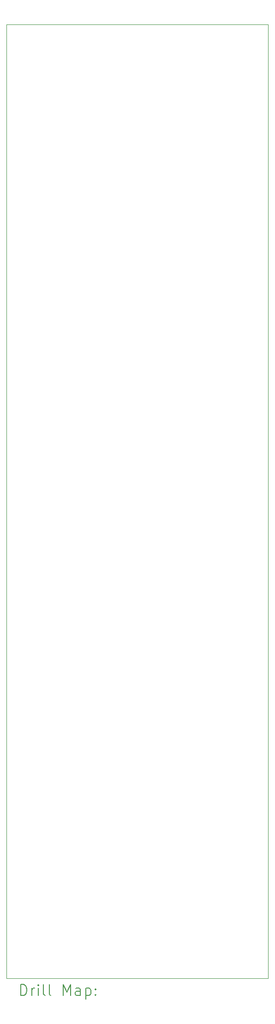
<source format=gbr>
%TF.GenerationSoftware,KiCad,Pcbnew,8.0.3*%
%TF.CreationDate,2024-06-29T17:49:58+02:00*%
%TF.ProjectId,DMH_Buffered_Mult_PCB,444d485f-4275-4666-9665-7265645f4d75,1*%
%TF.SameCoordinates,Original*%
%TF.FileFunction,Drillmap*%
%TF.FilePolarity,Positive*%
%FSLAX45Y45*%
G04 Gerber Fmt 4.5, Leading zero omitted, Abs format (unit mm)*
G04 Created by KiCad (PCBNEW 8.0.3) date 2024-06-29 17:49:58*
%MOMM*%
%LPD*%
G01*
G04 APERTURE LIST*
%ADD10C,0.050000*%
%ADD11C,0.200000*%
G04 APERTURE END LIST*
D10*
X2600000Y-3750000D02*
X7400000Y-3750000D01*
X7400000Y-21250000D01*
X2600000Y-21250000D01*
X2600000Y-3750000D01*
D11*
X2858277Y-21563984D02*
X2858277Y-21363984D01*
X2858277Y-21363984D02*
X2905896Y-21363984D01*
X2905896Y-21363984D02*
X2934467Y-21373508D01*
X2934467Y-21373508D02*
X2953515Y-21392555D01*
X2953515Y-21392555D02*
X2963039Y-21411603D01*
X2963039Y-21411603D02*
X2972562Y-21449698D01*
X2972562Y-21449698D02*
X2972562Y-21478270D01*
X2972562Y-21478270D02*
X2963039Y-21516365D01*
X2963039Y-21516365D02*
X2953515Y-21535412D01*
X2953515Y-21535412D02*
X2934467Y-21554460D01*
X2934467Y-21554460D02*
X2905896Y-21563984D01*
X2905896Y-21563984D02*
X2858277Y-21563984D01*
X3058277Y-21563984D02*
X3058277Y-21430650D01*
X3058277Y-21468746D02*
X3067801Y-21449698D01*
X3067801Y-21449698D02*
X3077324Y-21440174D01*
X3077324Y-21440174D02*
X3096372Y-21430650D01*
X3096372Y-21430650D02*
X3115420Y-21430650D01*
X3182086Y-21563984D02*
X3182086Y-21430650D01*
X3182086Y-21363984D02*
X3172562Y-21373508D01*
X3172562Y-21373508D02*
X3182086Y-21383031D01*
X3182086Y-21383031D02*
X3191610Y-21373508D01*
X3191610Y-21373508D02*
X3182086Y-21363984D01*
X3182086Y-21363984D02*
X3182086Y-21383031D01*
X3305896Y-21563984D02*
X3286848Y-21554460D01*
X3286848Y-21554460D02*
X3277324Y-21535412D01*
X3277324Y-21535412D02*
X3277324Y-21363984D01*
X3410658Y-21563984D02*
X3391610Y-21554460D01*
X3391610Y-21554460D02*
X3382086Y-21535412D01*
X3382086Y-21535412D02*
X3382086Y-21363984D01*
X3639229Y-21563984D02*
X3639229Y-21363984D01*
X3639229Y-21363984D02*
X3705896Y-21506841D01*
X3705896Y-21506841D02*
X3772562Y-21363984D01*
X3772562Y-21363984D02*
X3772562Y-21563984D01*
X3953515Y-21563984D02*
X3953515Y-21459222D01*
X3953515Y-21459222D02*
X3943991Y-21440174D01*
X3943991Y-21440174D02*
X3924943Y-21430650D01*
X3924943Y-21430650D02*
X3886848Y-21430650D01*
X3886848Y-21430650D02*
X3867801Y-21440174D01*
X3953515Y-21554460D02*
X3934467Y-21563984D01*
X3934467Y-21563984D02*
X3886848Y-21563984D01*
X3886848Y-21563984D02*
X3867801Y-21554460D01*
X3867801Y-21554460D02*
X3858277Y-21535412D01*
X3858277Y-21535412D02*
X3858277Y-21516365D01*
X3858277Y-21516365D02*
X3867801Y-21497317D01*
X3867801Y-21497317D02*
X3886848Y-21487793D01*
X3886848Y-21487793D02*
X3934467Y-21487793D01*
X3934467Y-21487793D02*
X3953515Y-21478270D01*
X4048753Y-21430650D02*
X4048753Y-21630650D01*
X4048753Y-21440174D02*
X4067801Y-21430650D01*
X4067801Y-21430650D02*
X4105896Y-21430650D01*
X4105896Y-21430650D02*
X4124943Y-21440174D01*
X4124943Y-21440174D02*
X4134467Y-21449698D01*
X4134467Y-21449698D02*
X4143991Y-21468746D01*
X4143991Y-21468746D02*
X4143991Y-21525889D01*
X4143991Y-21525889D02*
X4134467Y-21544936D01*
X4134467Y-21544936D02*
X4124943Y-21554460D01*
X4124943Y-21554460D02*
X4105896Y-21563984D01*
X4105896Y-21563984D02*
X4067801Y-21563984D01*
X4067801Y-21563984D02*
X4048753Y-21554460D01*
X4229705Y-21544936D02*
X4239229Y-21554460D01*
X4239229Y-21554460D02*
X4229705Y-21563984D01*
X4229705Y-21563984D02*
X4220182Y-21554460D01*
X4220182Y-21554460D02*
X4229705Y-21544936D01*
X4229705Y-21544936D02*
X4229705Y-21563984D01*
X4229705Y-21440174D02*
X4239229Y-21449698D01*
X4239229Y-21449698D02*
X4229705Y-21459222D01*
X4229705Y-21459222D02*
X4220182Y-21449698D01*
X4220182Y-21449698D02*
X4229705Y-21440174D01*
X4229705Y-21440174D02*
X4229705Y-21459222D01*
M02*

</source>
